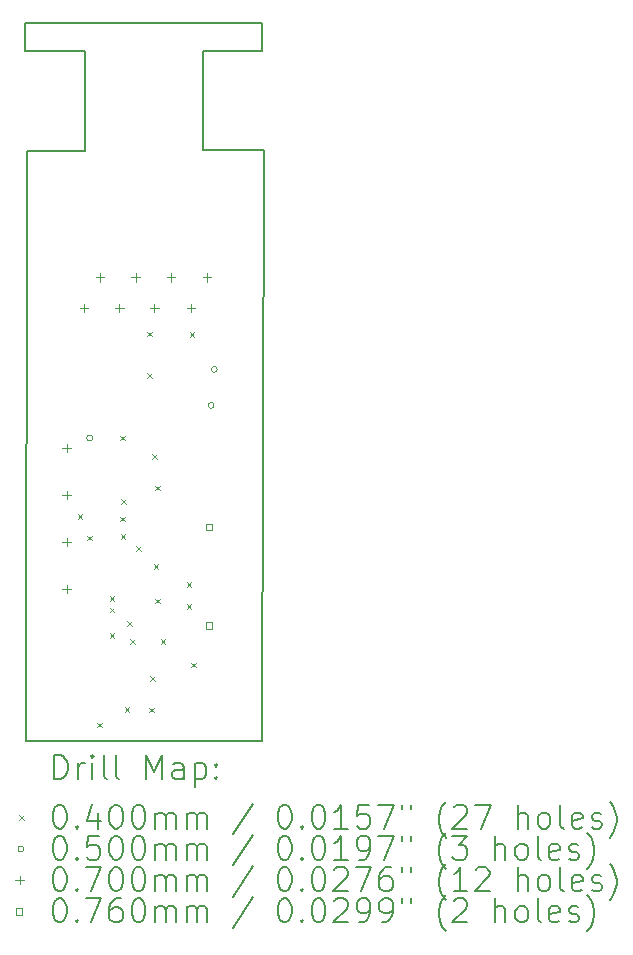
<source format=gbr>
%TF.GenerationSoftware,KiCad,Pcbnew,(6.0.7)*%
%TF.CreationDate,2023-02-07T15:13:12-05:00*%
%TF.ProjectId,DCA_USMR_Sens,4443415f-5553-44d5-925f-53656e732e6b,v1.1*%
%TF.SameCoordinates,Original*%
%TF.FileFunction,Drillmap*%
%TF.FilePolarity,Positive*%
%FSLAX45Y45*%
G04 Gerber Fmt 4.5, Leading zero omitted, Abs format (unit mm)*
G04 Created by KiCad (PCBNEW (6.0.7)) date 2023-02-07 15:13:12*
%MOMM*%
%LPD*%
G01*
G04 APERTURE LIST*
%ADD10C,0.200000*%
%ADD11C,0.040000*%
%ADD12C,0.050000*%
%ADD13C,0.070000*%
%ADD14C,0.076000*%
G04 APERTURE END LIST*
D10*
X23745000Y-9653000D02*
X23243000Y-9653000D01*
X23245000Y-10495000D01*
X23755000Y-10497815D01*
X23744000Y-15499000D01*
X21744573Y-15499000D01*
X21755000Y-10503000D01*
X22245000Y-10503000D01*
X22245000Y-9653000D01*
X21735000Y-9653000D01*
X21735000Y-9423000D01*
X23745000Y-9423000D01*
X23745000Y-9653000D01*
D11*
X22181770Y-13577187D02*
X22221770Y-13617187D01*
X22221770Y-13577187D02*
X22181770Y-13617187D01*
X22259000Y-13760417D02*
X22299000Y-13800417D01*
X22299000Y-13760417D02*
X22259000Y-13800417D01*
X22348000Y-15342917D02*
X22388000Y-15382917D01*
X22388000Y-15342917D02*
X22348000Y-15382917D01*
X22451965Y-14269968D02*
X22491965Y-14309968D01*
X22491965Y-14269968D02*
X22451965Y-14309968D01*
X22452500Y-14369917D02*
X22492500Y-14409917D01*
X22492500Y-14369917D02*
X22452500Y-14409917D01*
X22453000Y-14582917D02*
X22493000Y-14622917D01*
X22493000Y-14582917D02*
X22453000Y-14622917D01*
X22538500Y-12912917D02*
X22578500Y-12952917D01*
X22578500Y-12912917D02*
X22538500Y-12952917D01*
X22544000Y-13597917D02*
X22584000Y-13637917D01*
X22584000Y-13597917D02*
X22544000Y-13637917D01*
X22546000Y-13747917D02*
X22586000Y-13787917D01*
X22586000Y-13747917D02*
X22546000Y-13787917D01*
X22552000Y-13448417D02*
X22592000Y-13488417D01*
X22592000Y-13448417D02*
X22552000Y-13488417D01*
X22579000Y-15214417D02*
X22619000Y-15254417D01*
X22619000Y-15214417D02*
X22579000Y-15254417D01*
X22599000Y-14482917D02*
X22639000Y-14522917D01*
X22639000Y-14482917D02*
X22599000Y-14522917D01*
X22627000Y-14634917D02*
X22667000Y-14674917D01*
X22667000Y-14634917D02*
X22627000Y-14674917D01*
X22679050Y-13845917D02*
X22719050Y-13885917D01*
X22719050Y-13845917D02*
X22679050Y-13885917D01*
X22767500Y-12382917D02*
X22807500Y-12422917D01*
X22807500Y-12382917D02*
X22767500Y-12422917D01*
X22769000Y-12032139D02*
X22809000Y-12072139D01*
X22809000Y-12032139D02*
X22769000Y-12072139D01*
X22785000Y-15214917D02*
X22825000Y-15254917D01*
X22825000Y-15214917D02*
X22785000Y-15254917D01*
X22793000Y-14951467D02*
X22833000Y-14991467D01*
X22833000Y-14951467D02*
X22793000Y-14991467D01*
X22814000Y-13068917D02*
X22854000Y-13108917D01*
X22854000Y-13068917D02*
X22814000Y-13108917D01*
X22824000Y-14002917D02*
X22864000Y-14042917D01*
X22864000Y-14002917D02*
X22824000Y-14042917D01*
X22837000Y-13335917D02*
X22877000Y-13375917D01*
X22877000Y-13335917D02*
X22837000Y-13375917D01*
X22838000Y-14293917D02*
X22878000Y-14333917D01*
X22878000Y-14293917D02*
X22838000Y-14333917D01*
X22885000Y-14634917D02*
X22925000Y-14674917D01*
X22925000Y-14634917D02*
X22885000Y-14674917D01*
X23104000Y-14152917D02*
X23144000Y-14192917D01*
X23144000Y-14152917D02*
X23104000Y-14192917D01*
X23104000Y-14337917D02*
X23144000Y-14377917D01*
X23144000Y-14337917D02*
X23104000Y-14377917D01*
X23130000Y-12035139D02*
X23170000Y-12075139D01*
X23170000Y-12035139D02*
X23130000Y-12075139D01*
X23143000Y-14834417D02*
X23183000Y-14874417D01*
X23183000Y-14834417D02*
X23143000Y-14874417D01*
D12*
X22308500Y-12932917D02*
G75*
G03*
X22308500Y-12932917I-25000J0D01*
G01*
X23336000Y-12656917D02*
G75*
G03*
X23336000Y-12656917I-25000J0D01*
G01*
X23363000Y-12351917D02*
G75*
G03*
X23363000Y-12351917I-25000J0D01*
G01*
D13*
X22088000Y-12982417D02*
X22088000Y-13052417D01*
X22053000Y-13017417D02*
X22123000Y-13017417D01*
X22088000Y-13380417D02*
X22088000Y-13450417D01*
X22053000Y-13415417D02*
X22123000Y-13415417D01*
X22088000Y-13778417D02*
X22088000Y-13848417D01*
X22053000Y-13813417D02*
X22123000Y-13813417D01*
X22088000Y-14176417D02*
X22088000Y-14246417D01*
X22053000Y-14211417D02*
X22123000Y-14211417D01*
X22234278Y-11800139D02*
X22234278Y-11870139D01*
X22199278Y-11835139D02*
X22269278Y-11835139D01*
X22369611Y-11539139D02*
X22369611Y-11609139D01*
X22334611Y-11574139D02*
X22404611Y-11574139D01*
X22535556Y-11800139D02*
X22535556Y-11870139D01*
X22500556Y-11835139D02*
X22570556Y-11835139D01*
X22672000Y-11539139D02*
X22672000Y-11609139D01*
X22637000Y-11574139D02*
X22707000Y-11574139D01*
X22831833Y-11800139D02*
X22831833Y-11870139D01*
X22796833Y-11835139D02*
X22866833Y-11835139D01*
X22969389Y-11539139D02*
X22969389Y-11609139D01*
X22934389Y-11574139D02*
X23004389Y-11574139D01*
X23138111Y-11800139D02*
X23138111Y-11870139D01*
X23103111Y-11835139D02*
X23173111Y-11835139D01*
X23276778Y-11539139D02*
X23276778Y-11609139D01*
X23241778Y-11574139D02*
X23311778Y-11574139D01*
D14*
X23317870Y-13710787D02*
X23317870Y-13657046D01*
X23264130Y-13657046D01*
X23264130Y-13710787D01*
X23317870Y-13710787D01*
X23317870Y-14546087D02*
X23317870Y-14492346D01*
X23264130Y-14492346D01*
X23264130Y-14546087D01*
X23317870Y-14546087D01*
D10*
X21982619Y-15819476D02*
X21982619Y-15619476D01*
X22030238Y-15619476D01*
X22058810Y-15629000D01*
X22077857Y-15648048D01*
X22087381Y-15667095D01*
X22096905Y-15705190D01*
X22096905Y-15733762D01*
X22087381Y-15771857D01*
X22077857Y-15790905D01*
X22058810Y-15809952D01*
X22030238Y-15819476D01*
X21982619Y-15819476D01*
X22182619Y-15819476D02*
X22182619Y-15686143D01*
X22182619Y-15724238D02*
X22192143Y-15705190D01*
X22201667Y-15695667D01*
X22220714Y-15686143D01*
X22239762Y-15686143D01*
X22306429Y-15819476D02*
X22306429Y-15686143D01*
X22306429Y-15619476D02*
X22296905Y-15629000D01*
X22306429Y-15638524D01*
X22315952Y-15629000D01*
X22306429Y-15619476D01*
X22306429Y-15638524D01*
X22430238Y-15819476D02*
X22411190Y-15809952D01*
X22401667Y-15790905D01*
X22401667Y-15619476D01*
X22535000Y-15819476D02*
X22515952Y-15809952D01*
X22506428Y-15790905D01*
X22506428Y-15619476D01*
X22763571Y-15819476D02*
X22763571Y-15619476D01*
X22830238Y-15762333D01*
X22896905Y-15619476D01*
X22896905Y-15819476D01*
X23077857Y-15819476D02*
X23077857Y-15714714D01*
X23068333Y-15695667D01*
X23049286Y-15686143D01*
X23011190Y-15686143D01*
X22992143Y-15695667D01*
X23077857Y-15809952D02*
X23058809Y-15819476D01*
X23011190Y-15819476D01*
X22992143Y-15809952D01*
X22982619Y-15790905D01*
X22982619Y-15771857D01*
X22992143Y-15752809D01*
X23011190Y-15743286D01*
X23058809Y-15743286D01*
X23077857Y-15733762D01*
X23173095Y-15686143D02*
X23173095Y-15886143D01*
X23173095Y-15695667D02*
X23192143Y-15686143D01*
X23230238Y-15686143D01*
X23249286Y-15695667D01*
X23258809Y-15705190D01*
X23268333Y-15724238D01*
X23268333Y-15781381D01*
X23258809Y-15800428D01*
X23249286Y-15809952D01*
X23230238Y-15819476D01*
X23192143Y-15819476D01*
X23173095Y-15809952D01*
X23354048Y-15800428D02*
X23363571Y-15809952D01*
X23354048Y-15819476D01*
X23344524Y-15809952D01*
X23354048Y-15800428D01*
X23354048Y-15819476D01*
X23354048Y-15695667D02*
X23363571Y-15705190D01*
X23354048Y-15714714D01*
X23344524Y-15705190D01*
X23354048Y-15695667D01*
X23354048Y-15714714D01*
D11*
X21685000Y-16129000D02*
X21725000Y-16169000D01*
X21725000Y-16129000D02*
X21685000Y-16169000D01*
D10*
X22020714Y-16039476D02*
X22039762Y-16039476D01*
X22058810Y-16049000D01*
X22068333Y-16058524D01*
X22077857Y-16077571D01*
X22087381Y-16115667D01*
X22087381Y-16163286D01*
X22077857Y-16201381D01*
X22068333Y-16220428D01*
X22058810Y-16229952D01*
X22039762Y-16239476D01*
X22020714Y-16239476D01*
X22001667Y-16229952D01*
X21992143Y-16220428D01*
X21982619Y-16201381D01*
X21973095Y-16163286D01*
X21973095Y-16115667D01*
X21982619Y-16077571D01*
X21992143Y-16058524D01*
X22001667Y-16049000D01*
X22020714Y-16039476D01*
X22173095Y-16220428D02*
X22182619Y-16229952D01*
X22173095Y-16239476D01*
X22163571Y-16229952D01*
X22173095Y-16220428D01*
X22173095Y-16239476D01*
X22354048Y-16106143D02*
X22354048Y-16239476D01*
X22306429Y-16029952D02*
X22258810Y-16172809D01*
X22382619Y-16172809D01*
X22496905Y-16039476D02*
X22515952Y-16039476D01*
X22535000Y-16049000D01*
X22544524Y-16058524D01*
X22554048Y-16077571D01*
X22563571Y-16115667D01*
X22563571Y-16163286D01*
X22554048Y-16201381D01*
X22544524Y-16220428D01*
X22535000Y-16229952D01*
X22515952Y-16239476D01*
X22496905Y-16239476D01*
X22477857Y-16229952D01*
X22468333Y-16220428D01*
X22458809Y-16201381D01*
X22449286Y-16163286D01*
X22449286Y-16115667D01*
X22458809Y-16077571D01*
X22468333Y-16058524D01*
X22477857Y-16049000D01*
X22496905Y-16039476D01*
X22687381Y-16039476D02*
X22706428Y-16039476D01*
X22725476Y-16049000D01*
X22735000Y-16058524D01*
X22744524Y-16077571D01*
X22754048Y-16115667D01*
X22754048Y-16163286D01*
X22744524Y-16201381D01*
X22735000Y-16220428D01*
X22725476Y-16229952D01*
X22706428Y-16239476D01*
X22687381Y-16239476D01*
X22668333Y-16229952D01*
X22658809Y-16220428D01*
X22649286Y-16201381D01*
X22639762Y-16163286D01*
X22639762Y-16115667D01*
X22649286Y-16077571D01*
X22658809Y-16058524D01*
X22668333Y-16049000D01*
X22687381Y-16039476D01*
X22839762Y-16239476D02*
X22839762Y-16106143D01*
X22839762Y-16125190D02*
X22849286Y-16115667D01*
X22868333Y-16106143D01*
X22896905Y-16106143D01*
X22915952Y-16115667D01*
X22925476Y-16134714D01*
X22925476Y-16239476D01*
X22925476Y-16134714D02*
X22935000Y-16115667D01*
X22954048Y-16106143D01*
X22982619Y-16106143D01*
X23001667Y-16115667D01*
X23011190Y-16134714D01*
X23011190Y-16239476D01*
X23106428Y-16239476D02*
X23106428Y-16106143D01*
X23106428Y-16125190D02*
X23115952Y-16115667D01*
X23135000Y-16106143D01*
X23163571Y-16106143D01*
X23182619Y-16115667D01*
X23192143Y-16134714D01*
X23192143Y-16239476D01*
X23192143Y-16134714D02*
X23201667Y-16115667D01*
X23220714Y-16106143D01*
X23249286Y-16106143D01*
X23268333Y-16115667D01*
X23277857Y-16134714D01*
X23277857Y-16239476D01*
X23668333Y-16029952D02*
X23496905Y-16287095D01*
X23925476Y-16039476D02*
X23944524Y-16039476D01*
X23963571Y-16049000D01*
X23973095Y-16058524D01*
X23982619Y-16077571D01*
X23992143Y-16115667D01*
X23992143Y-16163286D01*
X23982619Y-16201381D01*
X23973095Y-16220428D01*
X23963571Y-16229952D01*
X23944524Y-16239476D01*
X23925476Y-16239476D01*
X23906428Y-16229952D01*
X23896905Y-16220428D01*
X23887381Y-16201381D01*
X23877857Y-16163286D01*
X23877857Y-16115667D01*
X23887381Y-16077571D01*
X23896905Y-16058524D01*
X23906428Y-16049000D01*
X23925476Y-16039476D01*
X24077857Y-16220428D02*
X24087381Y-16229952D01*
X24077857Y-16239476D01*
X24068333Y-16229952D01*
X24077857Y-16220428D01*
X24077857Y-16239476D01*
X24211190Y-16039476D02*
X24230238Y-16039476D01*
X24249286Y-16049000D01*
X24258809Y-16058524D01*
X24268333Y-16077571D01*
X24277857Y-16115667D01*
X24277857Y-16163286D01*
X24268333Y-16201381D01*
X24258809Y-16220428D01*
X24249286Y-16229952D01*
X24230238Y-16239476D01*
X24211190Y-16239476D01*
X24192143Y-16229952D01*
X24182619Y-16220428D01*
X24173095Y-16201381D01*
X24163571Y-16163286D01*
X24163571Y-16115667D01*
X24173095Y-16077571D01*
X24182619Y-16058524D01*
X24192143Y-16049000D01*
X24211190Y-16039476D01*
X24468333Y-16239476D02*
X24354048Y-16239476D01*
X24411190Y-16239476D02*
X24411190Y-16039476D01*
X24392143Y-16068048D01*
X24373095Y-16087095D01*
X24354048Y-16096619D01*
X24649286Y-16039476D02*
X24554048Y-16039476D01*
X24544524Y-16134714D01*
X24554048Y-16125190D01*
X24573095Y-16115667D01*
X24620714Y-16115667D01*
X24639762Y-16125190D01*
X24649286Y-16134714D01*
X24658809Y-16153762D01*
X24658809Y-16201381D01*
X24649286Y-16220428D01*
X24639762Y-16229952D01*
X24620714Y-16239476D01*
X24573095Y-16239476D01*
X24554048Y-16229952D01*
X24544524Y-16220428D01*
X24725476Y-16039476D02*
X24858809Y-16039476D01*
X24773095Y-16239476D01*
X24925476Y-16039476D02*
X24925476Y-16077571D01*
X25001667Y-16039476D02*
X25001667Y-16077571D01*
X25296905Y-16315667D02*
X25287381Y-16306143D01*
X25268333Y-16277571D01*
X25258809Y-16258524D01*
X25249286Y-16229952D01*
X25239762Y-16182333D01*
X25239762Y-16144238D01*
X25249286Y-16096619D01*
X25258809Y-16068048D01*
X25268333Y-16049000D01*
X25287381Y-16020428D01*
X25296905Y-16010905D01*
X25363571Y-16058524D02*
X25373095Y-16049000D01*
X25392143Y-16039476D01*
X25439762Y-16039476D01*
X25458809Y-16049000D01*
X25468333Y-16058524D01*
X25477857Y-16077571D01*
X25477857Y-16096619D01*
X25468333Y-16125190D01*
X25354048Y-16239476D01*
X25477857Y-16239476D01*
X25544524Y-16039476D02*
X25677857Y-16039476D01*
X25592143Y-16239476D01*
X25906428Y-16239476D02*
X25906428Y-16039476D01*
X25992143Y-16239476D02*
X25992143Y-16134714D01*
X25982619Y-16115667D01*
X25963571Y-16106143D01*
X25935000Y-16106143D01*
X25915952Y-16115667D01*
X25906428Y-16125190D01*
X26115952Y-16239476D02*
X26096905Y-16229952D01*
X26087381Y-16220428D01*
X26077857Y-16201381D01*
X26077857Y-16144238D01*
X26087381Y-16125190D01*
X26096905Y-16115667D01*
X26115952Y-16106143D01*
X26144524Y-16106143D01*
X26163571Y-16115667D01*
X26173095Y-16125190D01*
X26182619Y-16144238D01*
X26182619Y-16201381D01*
X26173095Y-16220428D01*
X26163571Y-16229952D01*
X26144524Y-16239476D01*
X26115952Y-16239476D01*
X26296905Y-16239476D02*
X26277857Y-16229952D01*
X26268333Y-16210905D01*
X26268333Y-16039476D01*
X26449286Y-16229952D02*
X26430238Y-16239476D01*
X26392143Y-16239476D01*
X26373095Y-16229952D01*
X26363571Y-16210905D01*
X26363571Y-16134714D01*
X26373095Y-16115667D01*
X26392143Y-16106143D01*
X26430238Y-16106143D01*
X26449286Y-16115667D01*
X26458809Y-16134714D01*
X26458809Y-16153762D01*
X26363571Y-16172809D01*
X26535000Y-16229952D02*
X26554048Y-16239476D01*
X26592143Y-16239476D01*
X26611190Y-16229952D01*
X26620714Y-16210905D01*
X26620714Y-16201381D01*
X26611190Y-16182333D01*
X26592143Y-16172809D01*
X26563571Y-16172809D01*
X26544524Y-16163286D01*
X26535000Y-16144238D01*
X26535000Y-16134714D01*
X26544524Y-16115667D01*
X26563571Y-16106143D01*
X26592143Y-16106143D01*
X26611190Y-16115667D01*
X26687381Y-16315667D02*
X26696905Y-16306143D01*
X26715952Y-16277571D01*
X26725476Y-16258524D01*
X26735000Y-16229952D01*
X26744524Y-16182333D01*
X26744524Y-16144238D01*
X26735000Y-16096619D01*
X26725476Y-16068048D01*
X26715952Y-16049000D01*
X26696905Y-16020428D01*
X26687381Y-16010905D01*
D12*
X21725000Y-16413000D02*
G75*
G03*
X21725000Y-16413000I-25000J0D01*
G01*
D10*
X22020714Y-16303476D02*
X22039762Y-16303476D01*
X22058810Y-16313000D01*
X22068333Y-16322524D01*
X22077857Y-16341571D01*
X22087381Y-16379667D01*
X22087381Y-16427286D01*
X22077857Y-16465381D01*
X22068333Y-16484428D01*
X22058810Y-16493952D01*
X22039762Y-16503476D01*
X22020714Y-16503476D01*
X22001667Y-16493952D01*
X21992143Y-16484428D01*
X21982619Y-16465381D01*
X21973095Y-16427286D01*
X21973095Y-16379667D01*
X21982619Y-16341571D01*
X21992143Y-16322524D01*
X22001667Y-16313000D01*
X22020714Y-16303476D01*
X22173095Y-16484428D02*
X22182619Y-16493952D01*
X22173095Y-16503476D01*
X22163571Y-16493952D01*
X22173095Y-16484428D01*
X22173095Y-16503476D01*
X22363571Y-16303476D02*
X22268333Y-16303476D01*
X22258810Y-16398714D01*
X22268333Y-16389190D01*
X22287381Y-16379667D01*
X22335000Y-16379667D01*
X22354048Y-16389190D01*
X22363571Y-16398714D01*
X22373095Y-16417762D01*
X22373095Y-16465381D01*
X22363571Y-16484428D01*
X22354048Y-16493952D01*
X22335000Y-16503476D01*
X22287381Y-16503476D01*
X22268333Y-16493952D01*
X22258810Y-16484428D01*
X22496905Y-16303476D02*
X22515952Y-16303476D01*
X22535000Y-16313000D01*
X22544524Y-16322524D01*
X22554048Y-16341571D01*
X22563571Y-16379667D01*
X22563571Y-16427286D01*
X22554048Y-16465381D01*
X22544524Y-16484428D01*
X22535000Y-16493952D01*
X22515952Y-16503476D01*
X22496905Y-16503476D01*
X22477857Y-16493952D01*
X22468333Y-16484428D01*
X22458809Y-16465381D01*
X22449286Y-16427286D01*
X22449286Y-16379667D01*
X22458809Y-16341571D01*
X22468333Y-16322524D01*
X22477857Y-16313000D01*
X22496905Y-16303476D01*
X22687381Y-16303476D02*
X22706428Y-16303476D01*
X22725476Y-16313000D01*
X22735000Y-16322524D01*
X22744524Y-16341571D01*
X22754048Y-16379667D01*
X22754048Y-16427286D01*
X22744524Y-16465381D01*
X22735000Y-16484428D01*
X22725476Y-16493952D01*
X22706428Y-16503476D01*
X22687381Y-16503476D01*
X22668333Y-16493952D01*
X22658809Y-16484428D01*
X22649286Y-16465381D01*
X22639762Y-16427286D01*
X22639762Y-16379667D01*
X22649286Y-16341571D01*
X22658809Y-16322524D01*
X22668333Y-16313000D01*
X22687381Y-16303476D01*
X22839762Y-16503476D02*
X22839762Y-16370143D01*
X22839762Y-16389190D02*
X22849286Y-16379667D01*
X22868333Y-16370143D01*
X22896905Y-16370143D01*
X22915952Y-16379667D01*
X22925476Y-16398714D01*
X22925476Y-16503476D01*
X22925476Y-16398714D02*
X22935000Y-16379667D01*
X22954048Y-16370143D01*
X22982619Y-16370143D01*
X23001667Y-16379667D01*
X23011190Y-16398714D01*
X23011190Y-16503476D01*
X23106428Y-16503476D02*
X23106428Y-16370143D01*
X23106428Y-16389190D02*
X23115952Y-16379667D01*
X23135000Y-16370143D01*
X23163571Y-16370143D01*
X23182619Y-16379667D01*
X23192143Y-16398714D01*
X23192143Y-16503476D01*
X23192143Y-16398714D02*
X23201667Y-16379667D01*
X23220714Y-16370143D01*
X23249286Y-16370143D01*
X23268333Y-16379667D01*
X23277857Y-16398714D01*
X23277857Y-16503476D01*
X23668333Y-16293952D02*
X23496905Y-16551095D01*
X23925476Y-16303476D02*
X23944524Y-16303476D01*
X23963571Y-16313000D01*
X23973095Y-16322524D01*
X23982619Y-16341571D01*
X23992143Y-16379667D01*
X23992143Y-16427286D01*
X23982619Y-16465381D01*
X23973095Y-16484428D01*
X23963571Y-16493952D01*
X23944524Y-16503476D01*
X23925476Y-16503476D01*
X23906428Y-16493952D01*
X23896905Y-16484428D01*
X23887381Y-16465381D01*
X23877857Y-16427286D01*
X23877857Y-16379667D01*
X23887381Y-16341571D01*
X23896905Y-16322524D01*
X23906428Y-16313000D01*
X23925476Y-16303476D01*
X24077857Y-16484428D02*
X24087381Y-16493952D01*
X24077857Y-16503476D01*
X24068333Y-16493952D01*
X24077857Y-16484428D01*
X24077857Y-16503476D01*
X24211190Y-16303476D02*
X24230238Y-16303476D01*
X24249286Y-16313000D01*
X24258809Y-16322524D01*
X24268333Y-16341571D01*
X24277857Y-16379667D01*
X24277857Y-16427286D01*
X24268333Y-16465381D01*
X24258809Y-16484428D01*
X24249286Y-16493952D01*
X24230238Y-16503476D01*
X24211190Y-16503476D01*
X24192143Y-16493952D01*
X24182619Y-16484428D01*
X24173095Y-16465381D01*
X24163571Y-16427286D01*
X24163571Y-16379667D01*
X24173095Y-16341571D01*
X24182619Y-16322524D01*
X24192143Y-16313000D01*
X24211190Y-16303476D01*
X24468333Y-16503476D02*
X24354048Y-16503476D01*
X24411190Y-16503476D02*
X24411190Y-16303476D01*
X24392143Y-16332048D01*
X24373095Y-16351095D01*
X24354048Y-16360619D01*
X24563571Y-16503476D02*
X24601667Y-16503476D01*
X24620714Y-16493952D01*
X24630238Y-16484428D01*
X24649286Y-16455857D01*
X24658809Y-16417762D01*
X24658809Y-16341571D01*
X24649286Y-16322524D01*
X24639762Y-16313000D01*
X24620714Y-16303476D01*
X24582619Y-16303476D01*
X24563571Y-16313000D01*
X24554048Y-16322524D01*
X24544524Y-16341571D01*
X24544524Y-16389190D01*
X24554048Y-16408238D01*
X24563571Y-16417762D01*
X24582619Y-16427286D01*
X24620714Y-16427286D01*
X24639762Y-16417762D01*
X24649286Y-16408238D01*
X24658809Y-16389190D01*
X24725476Y-16303476D02*
X24858809Y-16303476D01*
X24773095Y-16503476D01*
X24925476Y-16303476D02*
X24925476Y-16341571D01*
X25001667Y-16303476D02*
X25001667Y-16341571D01*
X25296905Y-16579667D02*
X25287381Y-16570143D01*
X25268333Y-16541571D01*
X25258809Y-16522524D01*
X25249286Y-16493952D01*
X25239762Y-16446333D01*
X25239762Y-16408238D01*
X25249286Y-16360619D01*
X25258809Y-16332048D01*
X25268333Y-16313000D01*
X25287381Y-16284428D01*
X25296905Y-16274905D01*
X25354048Y-16303476D02*
X25477857Y-16303476D01*
X25411190Y-16379667D01*
X25439762Y-16379667D01*
X25458809Y-16389190D01*
X25468333Y-16398714D01*
X25477857Y-16417762D01*
X25477857Y-16465381D01*
X25468333Y-16484428D01*
X25458809Y-16493952D01*
X25439762Y-16503476D01*
X25382619Y-16503476D01*
X25363571Y-16493952D01*
X25354048Y-16484428D01*
X25715952Y-16503476D02*
X25715952Y-16303476D01*
X25801667Y-16503476D02*
X25801667Y-16398714D01*
X25792143Y-16379667D01*
X25773095Y-16370143D01*
X25744524Y-16370143D01*
X25725476Y-16379667D01*
X25715952Y-16389190D01*
X25925476Y-16503476D02*
X25906428Y-16493952D01*
X25896905Y-16484428D01*
X25887381Y-16465381D01*
X25887381Y-16408238D01*
X25896905Y-16389190D01*
X25906428Y-16379667D01*
X25925476Y-16370143D01*
X25954048Y-16370143D01*
X25973095Y-16379667D01*
X25982619Y-16389190D01*
X25992143Y-16408238D01*
X25992143Y-16465381D01*
X25982619Y-16484428D01*
X25973095Y-16493952D01*
X25954048Y-16503476D01*
X25925476Y-16503476D01*
X26106428Y-16503476D02*
X26087381Y-16493952D01*
X26077857Y-16474905D01*
X26077857Y-16303476D01*
X26258809Y-16493952D02*
X26239762Y-16503476D01*
X26201667Y-16503476D01*
X26182619Y-16493952D01*
X26173095Y-16474905D01*
X26173095Y-16398714D01*
X26182619Y-16379667D01*
X26201667Y-16370143D01*
X26239762Y-16370143D01*
X26258809Y-16379667D01*
X26268333Y-16398714D01*
X26268333Y-16417762D01*
X26173095Y-16436809D01*
X26344524Y-16493952D02*
X26363571Y-16503476D01*
X26401667Y-16503476D01*
X26420714Y-16493952D01*
X26430238Y-16474905D01*
X26430238Y-16465381D01*
X26420714Y-16446333D01*
X26401667Y-16436809D01*
X26373095Y-16436809D01*
X26354048Y-16427286D01*
X26344524Y-16408238D01*
X26344524Y-16398714D01*
X26354048Y-16379667D01*
X26373095Y-16370143D01*
X26401667Y-16370143D01*
X26420714Y-16379667D01*
X26496905Y-16579667D02*
X26506428Y-16570143D01*
X26525476Y-16541571D01*
X26535000Y-16522524D01*
X26544524Y-16493952D01*
X26554048Y-16446333D01*
X26554048Y-16408238D01*
X26544524Y-16360619D01*
X26535000Y-16332048D01*
X26525476Y-16313000D01*
X26506428Y-16284428D01*
X26496905Y-16274905D01*
D13*
X21690000Y-16642000D02*
X21690000Y-16712000D01*
X21655000Y-16677000D02*
X21725000Y-16677000D01*
D10*
X22020714Y-16567476D02*
X22039762Y-16567476D01*
X22058810Y-16577000D01*
X22068333Y-16586524D01*
X22077857Y-16605571D01*
X22087381Y-16643667D01*
X22087381Y-16691286D01*
X22077857Y-16729381D01*
X22068333Y-16748428D01*
X22058810Y-16757952D01*
X22039762Y-16767476D01*
X22020714Y-16767476D01*
X22001667Y-16757952D01*
X21992143Y-16748428D01*
X21982619Y-16729381D01*
X21973095Y-16691286D01*
X21973095Y-16643667D01*
X21982619Y-16605571D01*
X21992143Y-16586524D01*
X22001667Y-16577000D01*
X22020714Y-16567476D01*
X22173095Y-16748428D02*
X22182619Y-16757952D01*
X22173095Y-16767476D01*
X22163571Y-16757952D01*
X22173095Y-16748428D01*
X22173095Y-16767476D01*
X22249286Y-16567476D02*
X22382619Y-16567476D01*
X22296905Y-16767476D01*
X22496905Y-16567476D02*
X22515952Y-16567476D01*
X22535000Y-16577000D01*
X22544524Y-16586524D01*
X22554048Y-16605571D01*
X22563571Y-16643667D01*
X22563571Y-16691286D01*
X22554048Y-16729381D01*
X22544524Y-16748428D01*
X22535000Y-16757952D01*
X22515952Y-16767476D01*
X22496905Y-16767476D01*
X22477857Y-16757952D01*
X22468333Y-16748428D01*
X22458809Y-16729381D01*
X22449286Y-16691286D01*
X22449286Y-16643667D01*
X22458809Y-16605571D01*
X22468333Y-16586524D01*
X22477857Y-16577000D01*
X22496905Y-16567476D01*
X22687381Y-16567476D02*
X22706428Y-16567476D01*
X22725476Y-16577000D01*
X22735000Y-16586524D01*
X22744524Y-16605571D01*
X22754048Y-16643667D01*
X22754048Y-16691286D01*
X22744524Y-16729381D01*
X22735000Y-16748428D01*
X22725476Y-16757952D01*
X22706428Y-16767476D01*
X22687381Y-16767476D01*
X22668333Y-16757952D01*
X22658809Y-16748428D01*
X22649286Y-16729381D01*
X22639762Y-16691286D01*
X22639762Y-16643667D01*
X22649286Y-16605571D01*
X22658809Y-16586524D01*
X22668333Y-16577000D01*
X22687381Y-16567476D01*
X22839762Y-16767476D02*
X22839762Y-16634143D01*
X22839762Y-16653190D02*
X22849286Y-16643667D01*
X22868333Y-16634143D01*
X22896905Y-16634143D01*
X22915952Y-16643667D01*
X22925476Y-16662714D01*
X22925476Y-16767476D01*
X22925476Y-16662714D02*
X22935000Y-16643667D01*
X22954048Y-16634143D01*
X22982619Y-16634143D01*
X23001667Y-16643667D01*
X23011190Y-16662714D01*
X23011190Y-16767476D01*
X23106428Y-16767476D02*
X23106428Y-16634143D01*
X23106428Y-16653190D02*
X23115952Y-16643667D01*
X23135000Y-16634143D01*
X23163571Y-16634143D01*
X23182619Y-16643667D01*
X23192143Y-16662714D01*
X23192143Y-16767476D01*
X23192143Y-16662714D02*
X23201667Y-16643667D01*
X23220714Y-16634143D01*
X23249286Y-16634143D01*
X23268333Y-16643667D01*
X23277857Y-16662714D01*
X23277857Y-16767476D01*
X23668333Y-16557952D02*
X23496905Y-16815095D01*
X23925476Y-16567476D02*
X23944524Y-16567476D01*
X23963571Y-16577000D01*
X23973095Y-16586524D01*
X23982619Y-16605571D01*
X23992143Y-16643667D01*
X23992143Y-16691286D01*
X23982619Y-16729381D01*
X23973095Y-16748428D01*
X23963571Y-16757952D01*
X23944524Y-16767476D01*
X23925476Y-16767476D01*
X23906428Y-16757952D01*
X23896905Y-16748428D01*
X23887381Y-16729381D01*
X23877857Y-16691286D01*
X23877857Y-16643667D01*
X23887381Y-16605571D01*
X23896905Y-16586524D01*
X23906428Y-16577000D01*
X23925476Y-16567476D01*
X24077857Y-16748428D02*
X24087381Y-16757952D01*
X24077857Y-16767476D01*
X24068333Y-16757952D01*
X24077857Y-16748428D01*
X24077857Y-16767476D01*
X24211190Y-16567476D02*
X24230238Y-16567476D01*
X24249286Y-16577000D01*
X24258809Y-16586524D01*
X24268333Y-16605571D01*
X24277857Y-16643667D01*
X24277857Y-16691286D01*
X24268333Y-16729381D01*
X24258809Y-16748428D01*
X24249286Y-16757952D01*
X24230238Y-16767476D01*
X24211190Y-16767476D01*
X24192143Y-16757952D01*
X24182619Y-16748428D01*
X24173095Y-16729381D01*
X24163571Y-16691286D01*
X24163571Y-16643667D01*
X24173095Y-16605571D01*
X24182619Y-16586524D01*
X24192143Y-16577000D01*
X24211190Y-16567476D01*
X24354048Y-16586524D02*
X24363571Y-16577000D01*
X24382619Y-16567476D01*
X24430238Y-16567476D01*
X24449286Y-16577000D01*
X24458809Y-16586524D01*
X24468333Y-16605571D01*
X24468333Y-16624619D01*
X24458809Y-16653190D01*
X24344524Y-16767476D01*
X24468333Y-16767476D01*
X24535000Y-16567476D02*
X24668333Y-16567476D01*
X24582619Y-16767476D01*
X24830238Y-16567476D02*
X24792143Y-16567476D01*
X24773095Y-16577000D01*
X24763571Y-16586524D01*
X24744524Y-16615095D01*
X24735000Y-16653190D01*
X24735000Y-16729381D01*
X24744524Y-16748428D01*
X24754048Y-16757952D01*
X24773095Y-16767476D01*
X24811190Y-16767476D01*
X24830238Y-16757952D01*
X24839762Y-16748428D01*
X24849286Y-16729381D01*
X24849286Y-16681762D01*
X24839762Y-16662714D01*
X24830238Y-16653190D01*
X24811190Y-16643667D01*
X24773095Y-16643667D01*
X24754048Y-16653190D01*
X24744524Y-16662714D01*
X24735000Y-16681762D01*
X24925476Y-16567476D02*
X24925476Y-16605571D01*
X25001667Y-16567476D02*
X25001667Y-16605571D01*
X25296905Y-16843667D02*
X25287381Y-16834143D01*
X25268333Y-16805571D01*
X25258809Y-16786524D01*
X25249286Y-16757952D01*
X25239762Y-16710333D01*
X25239762Y-16672238D01*
X25249286Y-16624619D01*
X25258809Y-16596048D01*
X25268333Y-16577000D01*
X25287381Y-16548428D01*
X25296905Y-16538905D01*
X25477857Y-16767476D02*
X25363571Y-16767476D01*
X25420714Y-16767476D02*
X25420714Y-16567476D01*
X25401667Y-16596048D01*
X25382619Y-16615095D01*
X25363571Y-16624619D01*
X25554048Y-16586524D02*
X25563571Y-16577000D01*
X25582619Y-16567476D01*
X25630238Y-16567476D01*
X25649286Y-16577000D01*
X25658809Y-16586524D01*
X25668333Y-16605571D01*
X25668333Y-16624619D01*
X25658809Y-16653190D01*
X25544524Y-16767476D01*
X25668333Y-16767476D01*
X25906428Y-16767476D02*
X25906428Y-16567476D01*
X25992143Y-16767476D02*
X25992143Y-16662714D01*
X25982619Y-16643667D01*
X25963571Y-16634143D01*
X25935000Y-16634143D01*
X25915952Y-16643667D01*
X25906428Y-16653190D01*
X26115952Y-16767476D02*
X26096905Y-16757952D01*
X26087381Y-16748428D01*
X26077857Y-16729381D01*
X26077857Y-16672238D01*
X26087381Y-16653190D01*
X26096905Y-16643667D01*
X26115952Y-16634143D01*
X26144524Y-16634143D01*
X26163571Y-16643667D01*
X26173095Y-16653190D01*
X26182619Y-16672238D01*
X26182619Y-16729381D01*
X26173095Y-16748428D01*
X26163571Y-16757952D01*
X26144524Y-16767476D01*
X26115952Y-16767476D01*
X26296905Y-16767476D02*
X26277857Y-16757952D01*
X26268333Y-16738905D01*
X26268333Y-16567476D01*
X26449286Y-16757952D02*
X26430238Y-16767476D01*
X26392143Y-16767476D01*
X26373095Y-16757952D01*
X26363571Y-16738905D01*
X26363571Y-16662714D01*
X26373095Y-16643667D01*
X26392143Y-16634143D01*
X26430238Y-16634143D01*
X26449286Y-16643667D01*
X26458809Y-16662714D01*
X26458809Y-16681762D01*
X26363571Y-16700809D01*
X26535000Y-16757952D02*
X26554048Y-16767476D01*
X26592143Y-16767476D01*
X26611190Y-16757952D01*
X26620714Y-16738905D01*
X26620714Y-16729381D01*
X26611190Y-16710333D01*
X26592143Y-16700809D01*
X26563571Y-16700809D01*
X26544524Y-16691286D01*
X26535000Y-16672238D01*
X26535000Y-16662714D01*
X26544524Y-16643667D01*
X26563571Y-16634143D01*
X26592143Y-16634143D01*
X26611190Y-16643667D01*
X26687381Y-16843667D02*
X26696905Y-16834143D01*
X26715952Y-16805571D01*
X26725476Y-16786524D01*
X26735000Y-16757952D01*
X26744524Y-16710333D01*
X26744524Y-16672238D01*
X26735000Y-16624619D01*
X26725476Y-16596048D01*
X26715952Y-16577000D01*
X26696905Y-16548428D01*
X26687381Y-16538905D01*
D14*
X21713870Y-16967870D02*
X21713870Y-16914130D01*
X21660130Y-16914130D01*
X21660130Y-16967870D01*
X21713870Y-16967870D01*
D10*
X22020714Y-16831476D02*
X22039762Y-16831476D01*
X22058810Y-16841000D01*
X22068333Y-16850524D01*
X22077857Y-16869571D01*
X22087381Y-16907667D01*
X22087381Y-16955286D01*
X22077857Y-16993381D01*
X22068333Y-17012429D01*
X22058810Y-17021952D01*
X22039762Y-17031476D01*
X22020714Y-17031476D01*
X22001667Y-17021952D01*
X21992143Y-17012429D01*
X21982619Y-16993381D01*
X21973095Y-16955286D01*
X21973095Y-16907667D01*
X21982619Y-16869571D01*
X21992143Y-16850524D01*
X22001667Y-16841000D01*
X22020714Y-16831476D01*
X22173095Y-17012429D02*
X22182619Y-17021952D01*
X22173095Y-17031476D01*
X22163571Y-17021952D01*
X22173095Y-17012429D01*
X22173095Y-17031476D01*
X22249286Y-16831476D02*
X22382619Y-16831476D01*
X22296905Y-17031476D01*
X22544524Y-16831476D02*
X22506428Y-16831476D01*
X22487381Y-16841000D01*
X22477857Y-16850524D01*
X22458809Y-16879095D01*
X22449286Y-16917190D01*
X22449286Y-16993381D01*
X22458809Y-17012429D01*
X22468333Y-17021952D01*
X22487381Y-17031476D01*
X22525476Y-17031476D01*
X22544524Y-17021952D01*
X22554048Y-17012429D01*
X22563571Y-16993381D01*
X22563571Y-16945762D01*
X22554048Y-16926714D01*
X22544524Y-16917190D01*
X22525476Y-16907667D01*
X22487381Y-16907667D01*
X22468333Y-16917190D01*
X22458809Y-16926714D01*
X22449286Y-16945762D01*
X22687381Y-16831476D02*
X22706428Y-16831476D01*
X22725476Y-16841000D01*
X22735000Y-16850524D01*
X22744524Y-16869571D01*
X22754048Y-16907667D01*
X22754048Y-16955286D01*
X22744524Y-16993381D01*
X22735000Y-17012429D01*
X22725476Y-17021952D01*
X22706428Y-17031476D01*
X22687381Y-17031476D01*
X22668333Y-17021952D01*
X22658809Y-17012429D01*
X22649286Y-16993381D01*
X22639762Y-16955286D01*
X22639762Y-16907667D01*
X22649286Y-16869571D01*
X22658809Y-16850524D01*
X22668333Y-16841000D01*
X22687381Y-16831476D01*
X22839762Y-17031476D02*
X22839762Y-16898143D01*
X22839762Y-16917190D02*
X22849286Y-16907667D01*
X22868333Y-16898143D01*
X22896905Y-16898143D01*
X22915952Y-16907667D01*
X22925476Y-16926714D01*
X22925476Y-17031476D01*
X22925476Y-16926714D02*
X22935000Y-16907667D01*
X22954048Y-16898143D01*
X22982619Y-16898143D01*
X23001667Y-16907667D01*
X23011190Y-16926714D01*
X23011190Y-17031476D01*
X23106428Y-17031476D02*
X23106428Y-16898143D01*
X23106428Y-16917190D02*
X23115952Y-16907667D01*
X23135000Y-16898143D01*
X23163571Y-16898143D01*
X23182619Y-16907667D01*
X23192143Y-16926714D01*
X23192143Y-17031476D01*
X23192143Y-16926714D02*
X23201667Y-16907667D01*
X23220714Y-16898143D01*
X23249286Y-16898143D01*
X23268333Y-16907667D01*
X23277857Y-16926714D01*
X23277857Y-17031476D01*
X23668333Y-16821952D02*
X23496905Y-17079095D01*
X23925476Y-16831476D02*
X23944524Y-16831476D01*
X23963571Y-16841000D01*
X23973095Y-16850524D01*
X23982619Y-16869571D01*
X23992143Y-16907667D01*
X23992143Y-16955286D01*
X23982619Y-16993381D01*
X23973095Y-17012429D01*
X23963571Y-17021952D01*
X23944524Y-17031476D01*
X23925476Y-17031476D01*
X23906428Y-17021952D01*
X23896905Y-17012429D01*
X23887381Y-16993381D01*
X23877857Y-16955286D01*
X23877857Y-16907667D01*
X23887381Y-16869571D01*
X23896905Y-16850524D01*
X23906428Y-16841000D01*
X23925476Y-16831476D01*
X24077857Y-17012429D02*
X24087381Y-17021952D01*
X24077857Y-17031476D01*
X24068333Y-17021952D01*
X24077857Y-17012429D01*
X24077857Y-17031476D01*
X24211190Y-16831476D02*
X24230238Y-16831476D01*
X24249286Y-16841000D01*
X24258809Y-16850524D01*
X24268333Y-16869571D01*
X24277857Y-16907667D01*
X24277857Y-16955286D01*
X24268333Y-16993381D01*
X24258809Y-17012429D01*
X24249286Y-17021952D01*
X24230238Y-17031476D01*
X24211190Y-17031476D01*
X24192143Y-17021952D01*
X24182619Y-17012429D01*
X24173095Y-16993381D01*
X24163571Y-16955286D01*
X24163571Y-16907667D01*
X24173095Y-16869571D01*
X24182619Y-16850524D01*
X24192143Y-16841000D01*
X24211190Y-16831476D01*
X24354048Y-16850524D02*
X24363571Y-16841000D01*
X24382619Y-16831476D01*
X24430238Y-16831476D01*
X24449286Y-16841000D01*
X24458809Y-16850524D01*
X24468333Y-16869571D01*
X24468333Y-16888619D01*
X24458809Y-16917190D01*
X24344524Y-17031476D01*
X24468333Y-17031476D01*
X24563571Y-17031476D02*
X24601667Y-17031476D01*
X24620714Y-17021952D01*
X24630238Y-17012429D01*
X24649286Y-16983857D01*
X24658809Y-16945762D01*
X24658809Y-16869571D01*
X24649286Y-16850524D01*
X24639762Y-16841000D01*
X24620714Y-16831476D01*
X24582619Y-16831476D01*
X24563571Y-16841000D01*
X24554048Y-16850524D01*
X24544524Y-16869571D01*
X24544524Y-16917190D01*
X24554048Y-16936238D01*
X24563571Y-16945762D01*
X24582619Y-16955286D01*
X24620714Y-16955286D01*
X24639762Y-16945762D01*
X24649286Y-16936238D01*
X24658809Y-16917190D01*
X24754048Y-17031476D02*
X24792143Y-17031476D01*
X24811190Y-17021952D01*
X24820714Y-17012429D01*
X24839762Y-16983857D01*
X24849286Y-16945762D01*
X24849286Y-16869571D01*
X24839762Y-16850524D01*
X24830238Y-16841000D01*
X24811190Y-16831476D01*
X24773095Y-16831476D01*
X24754048Y-16841000D01*
X24744524Y-16850524D01*
X24735000Y-16869571D01*
X24735000Y-16917190D01*
X24744524Y-16936238D01*
X24754048Y-16945762D01*
X24773095Y-16955286D01*
X24811190Y-16955286D01*
X24830238Y-16945762D01*
X24839762Y-16936238D01*
X24849286Y-16917190D01*
X24925476Y-16831476D02*
X24925476Y-16869571D01*
X25001667Y-16831476D02*
X25001667Y-16869571D01*
X25296905Y-17107667D02*
X25287381Y-17098143D01*
X25268333Y-17069571D01*
X25258809Y-17050524D01*
X25249286Y-17021952D01*
X25239762Y-16974333D01*
X25239762Y-16936238D01*
X25249286Y-16888619D01*
X25258809Y-16860048D01*
X25268333Y-16841000D01*
X25287381Y-16812429D01*
X25296905Y-16802905D01*
X25363571Y-16850524D02*
X25373095Y-16841000D01*
X25392143Y-16831476D01*
X25439762Y-16831476D01*
X25458809Y-16841000D01*
X25468333Y-16850524D01*
X25477857Y-16869571D01*
X25477857Y-16888619D01*
X25468333Y-16917190D01*
X25354048Y-17031476D01*
X25477857Y-17031476D01*
X25715952Y-17031476D02*
X25715952Y-16831476D01*
X25801667Y-17031476D02*
X25801667Y-16926714D01*
X25792143Y-16907667D01*
X25773095Y-16898143D01*
X25744524Y-16898143D01*
X25725476Y-16907667D01*
X25715952Y-16917190D01*
X25925476Y-17031476D02*
X25906428Y-17021952D01*
X25896905Y-17012429D01*
X25887381Y-16993381D01*
X25887381Y-16936238D01*
X25896905Y-16917190D01*
X25906428Y-16907667D01*
X25925476Y-16898143D01*
X25954048Y-16898143D01*
X25973095Y-16907667D01*
X25982619Y-16917190D01*
X25992143Y-16936238D01*
X25992143Y-16993381D01*
X25982619Y-17012429D01*
X25973095Y-17021952D01*
X25954048Y-17031476D01*
X25925476Y-17031476D01*
X26106428Y-17031476D02*
X26087381Y-17021952D01*
X26077857Y-17002905D01*
X26077857Y-16831476D01*
X26258809Y-17021952D02*
X26239762Y-17031476D01*
X26201667Y-17031476D01*
X26182619Y-17021952D01*
X26173095Y-17002905D01*
X26173095Y-16926714D01*
X26182619Y-16907667D01*
X26201667Y-16898143D01*
X26239762Y-16898143D01*
X26258809Y-16907667D01*
X26268333Y-16926714D01*
X26268333Y-16945762D01*
X26173095Y-16964810D01*
X26344524Y-17021952D02*
X26363571Y-17031476D01*
X26401667Y-17031476D01*
X26420714Y-17021952D01*
X26430238Y-17002905D01*
X26430238Y-16993381D01*
X26420714Y-16974333D01*
X26401667Y-16964810D01*
X26373095Y-16964810D01*
X26354048Y-16955286D01*
X26344524Y-16936238D01*
X26344524Y-16926714D01*
X26354048Y-16907667D01*
X26373095Y-16898143D01*
X26401667Y-16898143D01*
X26420714Y-16907667D01*
X26496905Y-17107667D02*
X26506428Y-17098143D01*
X26525476Y-17069571D01*
X26535000Y-17050524D01*
X26544524Y-17021952D01*
X26554048Y-16974333D01*
X26554048Y-16936238D01*
X26544524Y-16888619D01*
X26535000Y-16860048D01*
X26525476Y-16841000D01*
X26506428Y-16812429D01*
X26496905Y-16802905D01*
M02*

</source>
